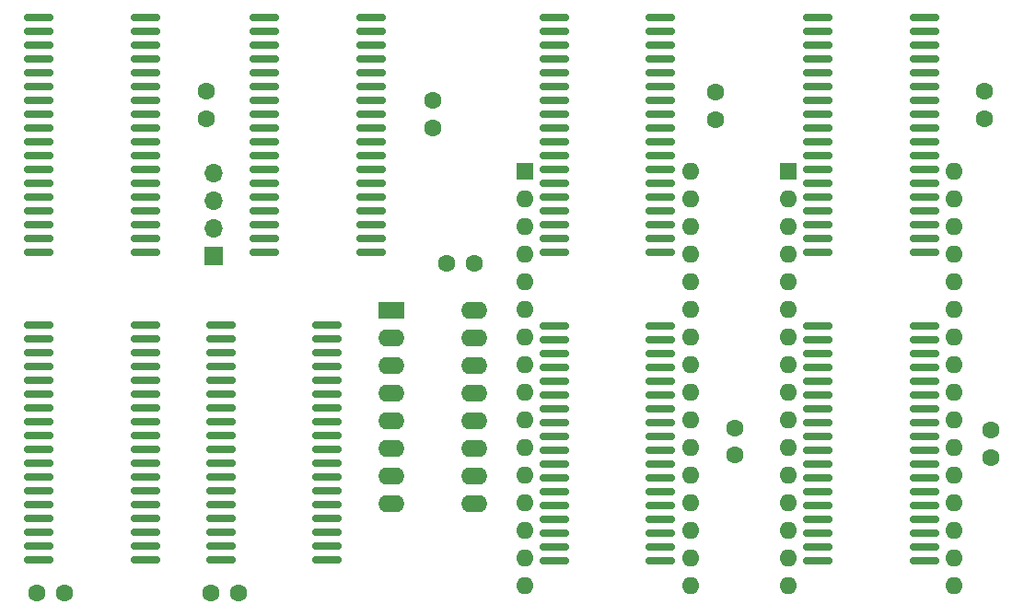
<source format=gbr>
%TF.GenerationSoftware,KiCad,Pcbnew,(6.0.2)*%
%TF.CreationDate,2022-07-24T16:40:57+01:00*%
%TF.ProjectId,Rosco_Hat_RAM,526f7363-6f5f-4486-9174-5f52414d2e6b,rev?*%
%TF.SameCoordinates,Original*%
%TF.FileFunction,Soldermask,Top*%
%TF.FilePolarity,Negative*%
%FSLAX46Y46*%
G04 Gerber Fmt 4.6, Leading zero omitted, Abs format (unit mm)*
G04 Created by KiCad (PCBNEW (6.0.2)) date 2022-07-24 16:40:57*
%MOMM*%
%LPD*%
G01*
G04 APERTURE LIST*
G04 Aperture macros list*
%AMRoundRect*
0 Rectangle with rounded corners*
0 $1 Rounding radius*
0 $2 $3 $4 $5 $6 $7 $8 $9 X,Y pos of 4 corners*
0 Add a 4 corners polygon primitive as box body*
4,1,4,$2,$3,$4,$5,$6,$7,$8,$9,$2,$3,0*
0 Add four circle primitives for the rounded corners*
1,1,$1+$1,$2,$3*
1,1,$1+$1,$4,$5*
1,1,$1+$1,$6,$7*
1,1,$1+$1,$8,$9*
0 Add four rect primitives between the rounded corners*
20,1,$1+$1,$2,$3,$4,$5,0*
20,1,$1+$1,$4,$5,$6,$7,0*
20,1,$1+$1,$6,$7,$8,$9,0*
20,1,$1+$1,$8,$9,$2,$3,0*%
G04 Aperture macros list end*
%ADD10RoundRect,0.150000X1.200000X0.150000X-1.200000X0.150000X-1.200000X-0.150000X1.200000X-0.150000X0*%
%ADD11C,1.600000*%
%ADD12R,1.600000X1.600000*%
%ADD13O,1.600000X1.600000*%
%ADD14R,1.700000X1.700000*%
%ADD15O,1.700000X1.700000*%
%ADD16R,2.400000X1.600000*%
%ADD17O,2.400000X1.600000*%
G04 APERTURE END LIST*
D10*
%TO.C,U11*%
X164540000Y-137695000D03*
X164540000Y-136425000D03*
X164540000Y-135155000D03*
X164540000Y-133885000D03*
X164540000Y-132615000D03*
X164540000Y-131345000D03*
X164540000Y-130075000D03*
X164540000Y-128805000D03*
X164540000Y-127535000D03*
X164540000Y-126265000D03*
X164540000Y-124995000D03*
X164540000Y-123725000D03*
X164540000Y-122455000D03*
X164540000Y-121185000D03*
X164540000Y-119915000D03*
X164540000Y-118645000D03*
X164540000Y-117375000D03*
X164540000Y-116105000D03*
X154740000Y-116105000D03*
X154740000Y-117375000D03*
X154740000Y-118645000D03*
X154740000Y-119915000D03*
X154740000Y-121185000D03*
X154740000Y-122455000D03*
X154740000Y-123725000D03*
X154740000Y-124995000D03*
X154740000Y-126265000D03*
X154740000Y-127535000D03*
X154740000Y-128805000D03*
X154740000Y-130075000D03*
X154740000Y-131345000D03*
X154740000Y-132615000D03*
X154740000Y-133885000D03*
X154740000Y-135155000D03*
X154740000Y-136425000D03*
X154740000Y-137695000D03*
%TD*%
%TO.C,U7*%
X109650000Y-137595000D03*
X109650000Y-136325000D03*
X109650000Y-135055000D03*
X109650000Y-133785000D03*
X109650000Y-132515000D03*
X109650000Y-131245000D03*
X109650000Y-129975000D03*
X109650000Y-128705000D03*
X109650000Y-127435000D03*
X109650000Y-126165000D03*
X109650000Y-124895000D03*
X109650000Y-123625000D03*
X109650000Y-122355000D03*
X109650000Y-121085000D03*
X109650000Y-119815000D03*
X109650000Y-118545000D03*
X109650000Y-117275000D03*
X109650000Y-116005000D03*
X99850000Y-116005000D03*
X99850000Y-117275000D03*
X99850000Y-118545000D03*
X99850000Y-119815000D03*
X99850000Y-121085000D03*
X99850000Y-122355000D03*
X99850000Y-123625000D03*
X99850000Y-124895000D03*
X99850000Y-126165000D03*
X99850000Y-127435000D03*
X99850000Y-128705000D03*
X99850000Y-129975000D03*
X99850000Y-131245000D03*
X99850000Y-132515000D03*
X99850000Y-133785000D03*
X99850000Y-135055000D03*
X99850000Y-136325000D03*
X99850000Y-137595000D03*
%TD*%
%TO.C,U12*%
X164540000Y-109345000D03*
X164540000Y-108075000D03*
X164540000Y-106805000D03*
X164540000Y-105535000D03*
X164540000Y-104265000D03*
X164540000Y-102995000D03*
X164540000Y-101725000D03*
X164540000Y-100455000D03*
X164540000Y-99185000D03*
X164540000Y-97915000D03*
X164540000Y-96645000D03*
X164540000Y-95375000D03*
X164540000Y-94105000D03*
X164540000Y-92835000D03*
X164540000Y-91565000D03*
X164540000Y-90295000D03*
X164540000Y-89025000D03*
X164540000Y-87755000D03*
X154740000Y-87755000D03*
X154740000Y-89025000D03*
X154740000Y-90295000D03*
X154740000Y-91565000D03*
X154740000Y-92835000D03*
X154740000Y-94105000D03*
X154740000Y-95375000D03*
X154740000Y-96645000D03*
X154740000Y-97915000D03*
X154740000Y-99185000D03*
X154740000Y-100455000D03*
X154740000Y-101725000D03*
X154740000Y-102995000D03*
X154740000Y-104265000D03*
X154740000Y-105535000D03*
X154740000Y-106805000D03*
X154740000Y-108075000D03*
X154740000Y-109345000D03*
%TD*%
D11*
%TO.C,C3*%
X123150000Y-110350000D03*
X120650000Y-110350000D03*
%TD*%
%TO.C,C7*%
X145350000Y-97150000D03*
X145350000Y-94650000D03*
%TD*%
%TO.C,C10*%
X170650000Y-128200000D03*
X170650000Y-125700000D03*
%TD*%
%TO.C,C12*%
X101450000Y-140650000D03*
X98950000Y-140650000D03*
%TD*%
D10*
%TO.C,U6*%
X92950000Y-109345000D03*
X92950000Y-108075000D03*
X92950000Y-106805000D03*
X92950000Y-105535000D03*
X92950000Y-104265000D03*
X92950000Y-102995000D03*
X92950000Y-101725000D03*
X92950000Y-100455000D03*
X92950000Y-99185000D03*
X92950000Y-97915000D03*
X92950000Y-96645000D03*
X92950000Y-95375000D03*
X92950000Y-94105000D03*
X92950000Y-92835000D03*
X92950000Y-91565000D03*
X92950000Y-90295000D03*
X92950000Y-89025000D03*
X92950000Y-87755000D03*
X83150000Y-87755000D03*
X83150000Y-89025000D03*
X83150000Y-90295000D03*
X83150000Y-91565000D03*
X83150000Y-92835000D03*
X83150000Y-94105000D03*
X83150000Y-95375000D03*
X83150000Y-96645000D03*
X83150000Y-97915000D03*
X83150000Y-99185000D03*
X83150000Y-100455000D03*
X83150000Y-101725000D03*
X83150000Y-102995000D03*
X83150000Y-104265000D03*
X83150000Y-105535000D03*
X83150000Y-106805000D03*
X83150000Y-108075000D03*
X83150000Y-109345000D03*
%TD*%
D11*
%TO.C,C8*%
X170050000Y-97050000D03*
X170050000Y-94550000D03*
%TD*%
D12*
%TO.C,U4*%
X152000000Y-101900000D03*
D13*
X152000000Y-104440000D03*
X152000000Y-106980000D03*
X152000000Y-109520000D03*
X152000000Y-112060000D03*
X152000000Y-114600000D03*
X152000000Y-117140000D03*
X152000000Y-119680000D03*
X152000000Y-122220000D03*
X152000000Y-124760000D03*
X152000000Y-127300000D03*
X152000000Y-129840000D03*
X152000000Y-132380000D03*
X152000000Y-134920000D03*
X152000000Y-137460000D03*
X152000000Y-140000000D03*
X167240000Y-140000000D03*
X167240000Y-137460000D03*
X167240000Y-134920000D03*
X167240000Y-132380000D03*
X167240000Y-129840000D03*
X167240000Y-127300000D03*
X167240000Y-124760000D03*
X167240000Y-122220000D03*
X167240000Y-119680000D03*
X167240000Y-117140000D03*
X167240000Y-114600000D03*
X167240000Y-112060000D03*
X167240000Y-109520000D03*
X167240000Y-106980000D03*
X167240000Y-104440000D03*
X167240000Y-101900000D03*
%TD*%
D11*
%TO.C,C2*%
X85450000Y-140650000D03*
X82950000Y-140650000D03*
%TD*%
D10*
%TO.C,U9*%
X140300000Y-137695000D03*
X140300000Y-136425000D03*
X140300000Y-135155000D03*
X140300000Y-133885000D03*
X140300000Y-132615000D03*
X140300000Y-131345000D03*
X140300000Y-130075000D03*
X140300000Y-128805000D03*
X140300000Y-127535000D03*
X140300000Y-126265000D03*
X140300000Y-124995000D03*
X140300000Y-123725000D03*
X140300000Y-122455000D03*
X140300000Y-121185000D03*
X140300000Y-119915000D03*
X140300000Y-118645000D03*
X140300000Y-117375000D03*
X140300000Y-116105000D03*
X130500000Y-116105000D03*
X130500000Y-117375000D03*
X130500000Y-118645000D03*
X130500000Y-119915000D03*
X130500000Y-121185000D03*
X130500000Y-122455000D03*
X130500000Y-123725000D03*
X130500000Y-124995000D03*
X130500000Y-126265000D03*
X130500000Y-127535000D03*
X130500000Y-128805000D03*
X130500000Y-130075000D03*
X130500000Y-131345000D03*
X130500000Y-132615000D03*
X130500000Y-133885000D03*
X130500000Y-135155000D03*
X130500000Y-136425000D03*
X130500000Y-137695000D03*
%TD*%
D14*
%TO.C,J1*%
X99171000Y-109683400D03*
D15*
X99171000Y-107143400D03*
X99171000Y-104603400D03*
X99171000Y-102063400D03*
%TD*%
D10*
%TO.C,U10*%
X140300000Y-109345000D03*
X140300000Y-108075000D03*
X140300000Y-106805000D03*
X140300000Y-105535000D03*
X140300000Y-104265000D03*
X140300000Y-102995000D03*
X140300000Y-101725000D03*
X140300000Y-100455000D03*
X140300000Y-99185000D03*
X140300000Y-97915000D03*
X140300000Y-96645000D03*
X140300000Y-95375000D03*
X140300000Y-94105000D03*
X140300000Y-92835000D03*
X140300000Y-91565000D03*
X140300000Y-90295000D03*
X140300000Y-89025000D03*
X140300000Y-87755000D03*
X130500000Y-87755000D03*
X130500000Y-89025000D03*
X130500000Y-90295000D03*
X130500000Y-91565000D03*
X130500000Y-92835000D03*
X130500000Y-94105000D03*
X130500000Y-95375000D03*
X130500000Y-96645000D03*
X130500000Y-97915000D03*
X130500000Y-99185000D03*
X130500000Y-100455000D03*
X130500000Y-101725000D03*
X130500000Y-102995000D03*
X130500000Y-104265000D03*
X130500000Y-105535000D03*
X130500000Y-106805000D03*
X130500000Y-108075000D03*
X130500000Y-109345000D03*
%TD*%
%TO.C,U8*%
X113650000Y-109345000D03*
X113650000Y-108075000D03*
X113650000Y-106805000D03*
X113650000Y-105535000D03*
X113650000Y-104265000D03*
X113650000Y-102995000D03*
X113650000Y-101725000D03*
X113650000Y-100455000D03*
X113650000Y-99185000D03*
X113650000Y-97915000D03*
X113650000Y-96645000D03*
X113650000Y-95375000D03*
X113650000Y-94105000D03*
X113650000Y-92835000D03*
X113650000Y-91565000D03*
X113650000Y-90295000D03*
X113650000Y-89025000D03*
X113650000Y-87755000D03*
X103850000Y-87755000D03*
X103850000Y-89025000D03*
X103850000Y-90295000D03*
X103850000Y-91565000D03*
X103850000Y-92835000D03*
X103850000Y-94105000D03*
X103850000Y-95375000D03*
X103850000Y-96645000D03*
X103850000Y-97915000D03*
X103850000Y-99185000D03*
X103850000Y-100455000D03*
X103850000Y-101725000D03*
X103850000Y-102995000D03*
X103850000Y-104265000D03*
X103850000Y-105535000D03*
X103850000Y-106805000D03*
X103850000Y-108075000D03*
X103850000Y-109345000D03*
%TD*%
D11*
%TO.C,C11*%
X147100000Y-128000000D03*
X147100000Y-125500000D03*
%TD*%
%TO.C,C9*%
X119350000Y-97900000D03*
X119350000Y-95400000D03*
%TD*%
D12*
%TO.C,U3*%
X127800000Y-101900000D03*
D13*
X127800000Y-104440000D03*
X127800000Y-106980000D03*
X127800000Y-109520000D03*
X127800000Y-112060000D03*
X127800000Y-114600000D03*
X127800000Y-117140000D03*
X127800000Y-119680000D03*
X127800000Y-122220000D03*
X127800000Y-124760000D03*
X127800000Y-127300000D03*
X127800000Y-129840000D03*
X127800000Y-132380000D03*
X127800000Y-134920000D03*
X127800000Y-137460000D03*
X127800000Y-140000000D03*
X143040000Y-140000000D03*
X143040000Y-137460000D03*
X143040000Y-134920000D03*
X143040000Y-132380000D03*
X143040000Y-129840000D03*
X143040000Y-127300000D03*
X143040000Y-124760000D03*
X143040000Y-122220000D03*
X143040000Y-119680000D03*
X143040000Y-117140000D03*
X143040000Y-114600000D03*
X143040000Y-112060000D03*
X143040000Y-109520000D03*
X143040000Y-106980000D03*
X143040000Y-104440000D03*
X143040000Y-101900000D03*
%TD*%
D10*
%TO.C,U2*%
X92950000Y-137595000D03*
X92950000Y-136325000D03*
X92950000Y-135055000D03*
X92950000Y-133785000D03*
X92950000Y-132515000D03*
X92950000Y-131245000D03*
X92950000Y-129975000D03*
X92950000Y-128705000D03*
X92950000Y-127435000D03*
X92950000Y-126165000D03*
X92950000Y-124895000D03*
X92950000Y-123625000D03*
X92950000Y-122355000D03*
X92950000Y-121085000D03*
X92950000Y-119815000D03*
X92950000Y-118545000D03*
X92950000Y-117275000D03*
X92950000Y-116005000D03*
X83150000Y-116005000D03*
X83150000Y-117275000D03*
X83150000Y-118545000D03*
X83150000Y-119815000D03*
X83150000Y-121085000D03*
X83150000Y-122355000D03*
X83150000Y-123625000D03*
X83150000Y-124895000D03*
X83150000Y-126165000D03*
X83150000Y-127435000D03*
X83150000Y-128705000D03*
X83150000Y-129975000D03*
X83150000Y-131245000D03*
X83150000Y-132515000D03*
X83150000Y-133785000D03*
X83150000Y-135055000D03*
X83150000Y-136325000D03*
X83150000Y-137595000D03*
%TD*%
D11*
%TO.C,C1*%
X98550000Y-94550000D03*
X98550000Y-97050000D03*
%TD*%
D16*
%TO.C,U1*%
X115525000Y-114675000D03*
D17*
X115525000Y-117215000D03*
X115525000Y-119755000D03*
X115525000Y-122295000D03*
X115525000Y-124835000D03*
X115525000Y-127375000D03*
X115525000Y-129915000D03*
X115525000Y-132455000D03*
X123145000Y-132455000D03*
X123145000Y-129915000D03*
X123145000Y-127375000D03*
X123145000Y-124835000D03*
X123145000Y-122295000D03*
X123145000Y-119755000D03*
X123145000Y-117215000D03*
X123145000Y-114675000D03*
%TD*%
M02*

</source>
